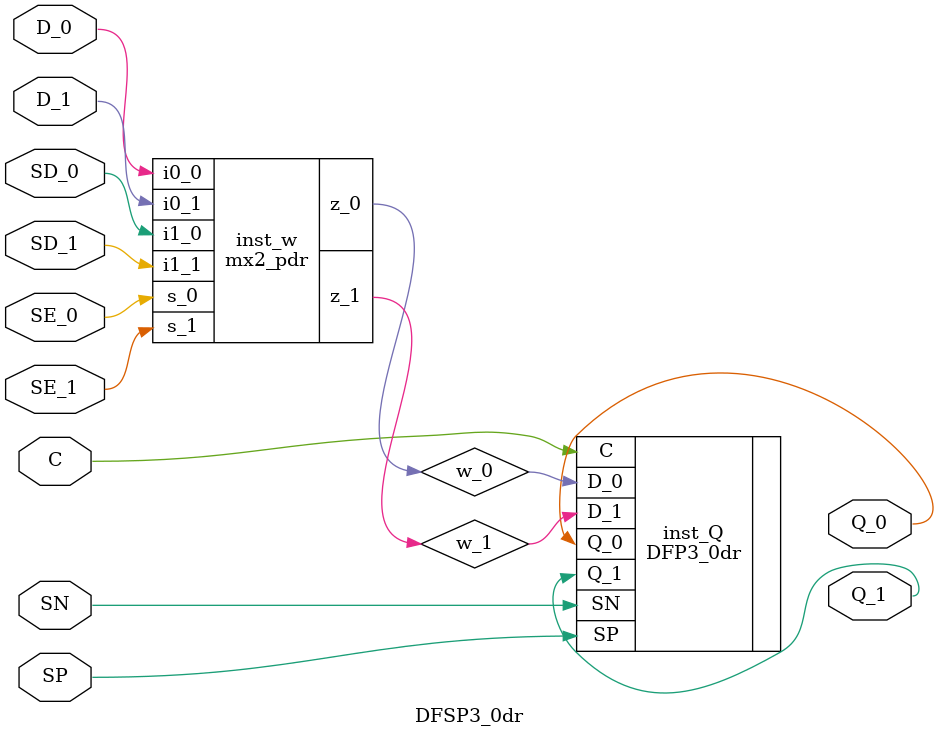
<source format=v>
/*
  D-Enable, Multiplexed Scan and Multiplexed Scan D-Enabled Flip-Flops 
*/

//  DR Multiplexor used to build Scan and D-Enable Flip-Flops 
//  (it does not invert the spacer)

module mx2_pdr (i0_1, i0_0, i1_1, i1_0, s_1, s_0, z_1, z_0);
  input i0_1, i0_0;
  input i1_1, i1_0;
  input s_1, s_0;
  output z_1, z_0;
  wire not_z_1, not_z_0;

  AOI221 inst_not_z_1 (.A(i0_1), .B(s_0), .C(i1_1), .D(s_1), .Q(not_z_1));  
  OAI221 inst_not_z_0 (.A(i0_0), .B(s_1), .C(i1_0), .D(s_0), .Q(not_z_0));
  
  INV1 inst_z_1 (.A(not_z_1), .Q(z_1));
  INV1 inst_z_0 (.A(not_z_0), .Q(z_0));
endmodule


//
// Multiplexed Scan D Flip-Flops
//


// DFS

module DFS1_0dr (C, D_1, D_0, Q_1, Q_0, SD_1, SD_0, SE_1, SE_0, SP);
  input C;
  input D_1, D_0;
  output Q_1, Q_0;
  input SD_1, SD_0;
  input SE_1, SE_0;
  input SP;
  wire w_1, w_0;
  
  mx2_pdr inst_w (.i0_1(D_1), .i0_0(D_0), .i1_1(SD_1), .i1_0(SD_0), .s_1(SE_1), .s_0(SE_0), .z_1(w_1), .z_0(w_0));
  DF1_0dr inst_Q (.C(C), .D_1(w_1), .D_0(w_0), .Q_1(Q_1), .Q_0(Q_0), .SP(SP));
endmodule


module DFS3_0dr (C, D_1, D_0, Q_1, Q_0, SD_1, SD_0, SE_1, SE_0, SP);
  input C;
  input D_1, D_0;
  output Q_1, Q_0;
  input SD_1, SD_0;
  input SE_1, SE_0;
  input SP;
  wire w_1, w_0;
  
  mx2_pdr inst_w (.i0_1(D_1), .i0_0(D_0), .i1_1(SD_1), .i1_0(SD_0), .s_1(SE_1), .s_0(SE_0), .z_1(w_1), .z_0(w_0));
  DF3_0dr inst_Q (.C(C), .D_1(w_1), .D_0(w_0), .Q_1(Q_1), .Q_0(Q_0), .SP(SP));
endmodule


//DFSC


module DFSC1_0dr (C, D_1, D_0, Q_1, Q_0, RN, SD_1, SD_0, SE_1, SE_0, SP);
  input C;
  input D_1, D_0;
  output Q_1, Q_0;
  input SD_1, SD_0;
  input SE_1, SE_0;
  input RN;
  input SP;
  wire w_1, w_0;
  
  mx2_pdr inst_w (.i0_1(D_1), .i0_0(D_0), .i1_1(SD_1), .i1_0(SD_0), .s_1(SE_1), .s_0(SE_0), .z_1(w_1), .z_0(w_0));
  DFC1_0dr inst_Q (.C(C), .D_1(w_1), .D_0(w_0), .Q_1(Q_1), .Q_0(Q_0), .RN(RN), .SP(SP));
endmodule


module DFSC3_0dr (C, D_1, D_0, Q_1, Q_0, RN, SD_1, SD_0, SE_1, SE_0, SP);
  input C;
  input D_1, D_0;
  output Q_1, Q_0;
  input SD_1, SD_0;
  input SE_1, SE_0;
  input RN;
  input SP;
  wire w_1, w_0;
  
  mx2_pdr inst_w (.i0_1(D_1), .i0_0(D_0), .i1_1(SD_1), .i1_0(SD_0), .s_1(SE_1), .s_0(SE_0), .z_1(w_1), .z_0(w_0));
  DFC3_0dr inst_Q (.C(C), .D_1(w_1), .D_0(w_0), .Q_1(Q_1), .Q_0(Q_0), .RN(RN), .SP(SP));
endmodule


// DFSCP

module DFSCP1_0dr (C, D_1, D_0, Q_1, Q_0, RN, SD_1, SD_0, SE_1, SE_0, SN, SP);
  input C;
  input D_1, D_0;
  output Q_1, Q_0;
  input SD_1, SD_0;
  input SE_1, SE_0;
  input RN, SN;
  input SP;
  wire w_1, w_0;
  
  mx2_pdr inst_w (.i0_1(D_1), .i0_0(D_0), .i1_1(SD_1), .i1_0(SD_0), .s_1(SE_1), .s_0(SE_0), .z_1(w_1), .z_0(w_0));
  DFCP1_0dr inst_Q (.C(C), .D_1(w_1), .D_0(w_0), .Q_1(Q_1), .Q_0(Q_0), .RN(RN), .SN(SN), .SP(SP));
endmodule


module DFSCP3_0dr (C, D_1, D_0, Q_1, Q_0, RN, SD_1, SD_0, SE_1, SE_0, SN, SP);
  input C;
  input D_1, D_0;
  output Q_1, Q_0;
  input SD_1, SD_0;
  input SE_1, SE_0;
  input RN, SN;
  input SP;
  wire w_1, w_0;
  
  mx2_pdr inst_w (.i0_1(D_1), .i0_0(D_0), .i1_1(SD_1), .i1_0(SD_0), .s_1(SE_1), .s_0(SE_0), .z_1(w_1), .z_0(w_0));
  DFCP3_0dr inst_Q (.C(C), .D_1(w_1), .D_0(w_0), .Q_1(Q_1), .Q_0(Q_0), .RN(RN), .SN(SN), .SP(SP));
endmodule


// DFSP

module DFSP1_0dr (C, D_1, D_0, Q_1, Q_0, SD_1, SD_0, SE_1, SE_0, SN, SP);
  input C;
  input D_1, D_0;
  output Q_1, Q_0;
  input SD_1, SD_0;
  input SE_1, SE_0;
  input SN;
  input SP;
  wire w_1, w_0;
  
  mx2_pdr inst_w (.i0_1(D_1), .i0_0(D_0), .i1_1(SD_1), .i1_0(SD_0), .s_1(SE_1), .s_0(SE_0), .z_1(w_1), .z_0(w_0));
  DFP1_0dr inst_Q (.C(C), .D_1(w_1), .D_0(w_0), .Q_1(Q_1), .Q_0(Q_0), .SN(SN), .SP(SP));
endmodule


module DFSP3_0dr (C, D_1, D_0, Q_1, Q_0, SD_1, SD_0, SE_1, SE_0, SN, SP);
  input C;
  input D_1, D_0;
  output Q_1, Q_0;
  input SD_1, SD_0;
  input SE_1, SE_0;
  input SN;
  input SP;
  wire w_1, w_0;
  
  mx2_pdr inst_w (.i0_1(D_1), .i0_0(D_0), .i1_1(SD_1), .i1_0(SD_0), .s_1(SE_1), .s_0(SE_0), .z_1(w_1), .z_0(w_0));
  DFP3_0dr inst_Q (.C(C), .D_1(w_1), .D_0(w_0), .Q_1(Q_1), .Q_0(Q_0), .SN(SN), .SP(SP));
endmodule

</source>
